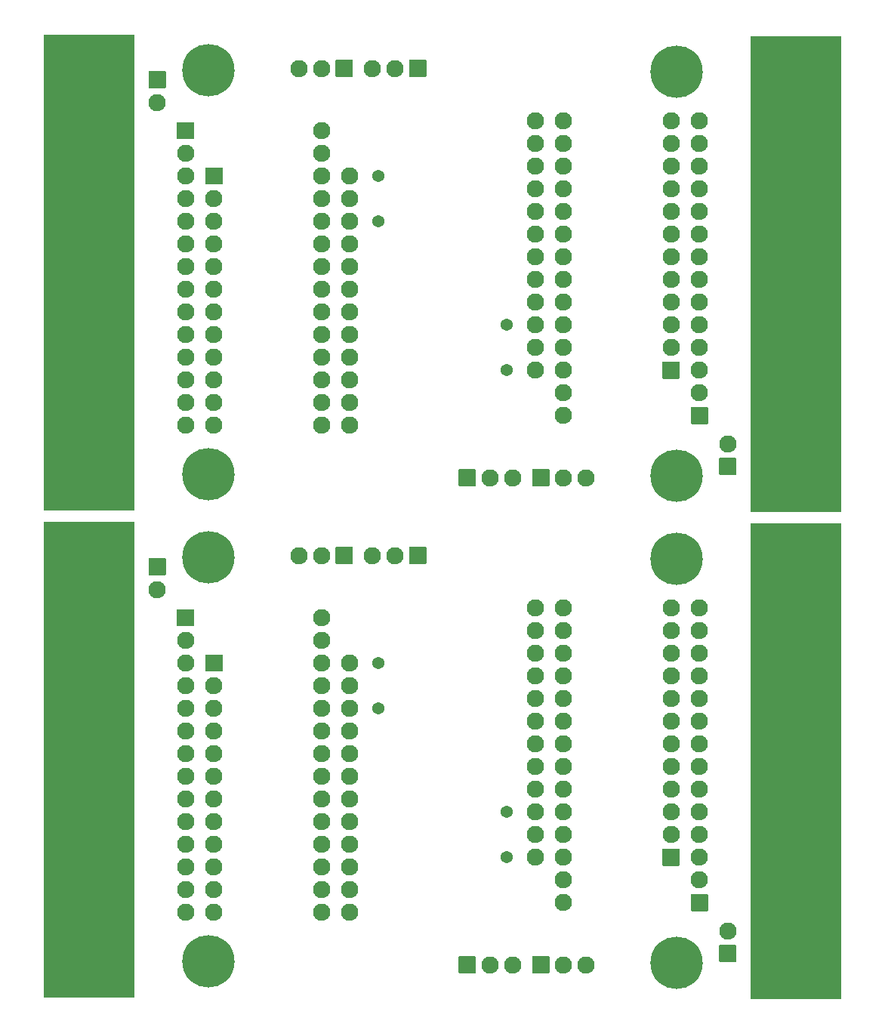
<source format=gbr>
%TF.GenerationSoftware,KiCad,Pcbnew,(5.1.10)-1*%
%TF.CreationDate,2022-10-07T13:26:38-03:00*%
%TF.ProjectId,CoCoEPROMpak,436f436f-4550-4524-9f4d-70616b2e6b69,rev?*%
%TF.SameCoordinates,Original*%
%TF.FileFunction,Soldermask,Bot*%
%TF.FilePolarity,Negative*%
%FSLAX46Y46*%
G04 Gerber Fmt 4.6, Leading zero omitted, Abs format (unit mm)*
G04 Created by KiCad (PCBNEW (5.1.10)-1) date 2022-10-07 13:26:38*
%MOMM*%
%LPD*%
G01*
G04 APERTURE LIST*
%ADD10C,0.100000*%
%ADD11C,1.371600*%
%ADD12C,1.930400*%
%ADD13C,5.867400*%
G04 APERTURE END LIST*
D10*
%TO.C,P1*%
G36*
X171678600Y-146138900D02*
G01*
X171678600Y-92798900D01*
X161518600Y-92798900D01*
X161518600Y-146138900D01*
X171678600Y-146138900D01*
G37*
G36*
X171678600Y-91528900D02*
G01*
X171678600Y-38188900D01*
X161518600Y-38188900D01*
X161518600Y-91528900D01*
X171678600Y-91528900D01*
G37*
G36*
X82321400Y-92621100D02*
G01*
X82321400Y-145961100D01*
X92481400Y-145961100D01*
X92481400Y-92621100D01*
X82321400Y-92621100D01*
G37*
G36*
X82321400Y-38011100D02*
G01*
X82321400Y-91351100D01*
X92481400Y-91351100D01*
X92481400Y-38011100D01*
X82321400Y-38011100D01*
G37*
%TD*%
D11*
%TO.C,C1*%
X134213600Y-130263900D03*
X134213600Y-125183900D03*
%TD*%
%TO.C,U2*%
G36*
G01*
X156768800Y-134454900D02*
X156768800Y-136232900D01*
G75*
G02*
X156692600Y-136309100I-76200J0D01*
G01*
X154914600Y-136309100D01*
G75*
G02*
X154838400Y-136232900I0J76200D01*
G01*
X154838400Y-134454900D01*
G75*
G02*
X154914600Y-134378700I76200J0D01*
G01*
X156692600Y-134378700D01*
G75*
G02*
X156768800Y-134454900I0J-76200D01*
G01*
G37*
D12*
X155803600Y-132803900D03*
X155803600Y-120103900D03*
X155803600Y-117563900D03*
X155803600Y-130263900D03*
X155803600Y-127723900D03*
X155803600Y-122643900D03*
X155803600Y-125183900D03*
X155803600Y-115023900D03*
X155803600Y-112483900D03*
X155803600Y-109943900D03*
X155803600Y-107403900D03*
X155803600Y-104863900D03*
X155803600Y-102323900D03*
X140563600Y-102323900D03*
X140563600Y-104863900D03*
X140563600Y-107403900D03*
X140563600Y-109943900D03*
X140563600Y-112483900D03*
X140563600Y-115023900D03*
X140563600Y-117563900D03*
X140563600Y-120103900D03*
X140563600Y-122643900D03*
X140563600Y-125183900D03*
X140563600Y-127723900D03*
X140563600Y-130263900D03*
X140563600Y-132803900D03*
X140563600Y-135343900D03*
%TD*%
%TO.C,JP1*%
G36*
G01*
X159943800Y-140169900D02*
X159943800Y-141947900D01*
G75*
G02*
X159867600Y-142024100I-76200J0D01*
G01*
X158089600Y-142024100D01*
G75*
G02*
X158013400Y-141947900I0J76200D01*
G01*
X158013400Y-140169900D01*
G75*
G02*
X158089600Y-140093700I76200J0D01*
G01*
X159867600Y-140093700D01*
G75*
G02*
X159943800Y-140169900I0J-76200D01*
G01*
G37*
X158978600Y-138518900D03*
%TD*%
%TO.C,P1*%
G36*
G01*
X171234100Y-144310100D02*
X161709100Y-144310100D01*
G75*
G02*
X161632900Y-144233900I0J76200D01*
G01*
X161632900Y-142963900D01*
G75*
G02*
X161709100Y-142887700I76200J0D01*
G01*
X171234100Y-142887700D01*
G75*
G02*
X171310300Y-142963900I0J-76200D01*
G01*
X171310300Y-144233900D01*
G75*
G02*
X171234100Y-144310100I-76200J0D01*
G01*
G37*
G36*
G01*
X171234100Y-141770100D02*
X161709100Y-141770100D01*
G75*
G02*
X161632900Y-141693900I0J76200D01*
G01*
X161632900Y-140423900D01*
G75*
G02*
X161709100Y-140347700I76200J0D01*
G01*
X171234100Y-140347700D01*
G75*
G02*
X171310300Y-140423900I0J-76200D01*
G01*
X171310300Y-141693900D01*
G75*
G02*
X171234100Y-141770100I-76200J0D01*
G01*
G37*
G36*
G01*
X171234100Y-139230100D02*
X161709100Y-139230100D01*
G75*
G02*
X161632900Y-139153900I0J76200D01*
G01*
X161632900Y-137883900D01*
G75*
G02*
X161709100Y-137807700I76200J0D01*
G01*
X171234100Y-137807700D01*
G75*
G02*
X171310300Y-137883900I0J-76200D01*
G01*
X171310300Y-139153900D01*
G75*
G02*
X171234100Y-139230100I-76200J0D01*
G01*
G37*
G36*
G01*
X171234100Y-136690100D02*
X161709100Y-136690100D01*
G75*
G02*
X161632900Y-136613900I0J76200D01*
G01*
X161632900Y-135343900D01*
G75*
G02*
X161709100Y-135267700I76200J0D01*
G01*
X171234100Y-135267700D01*
G75*
G02*
X171310300Y-135343900I0J-76200D01*
G01*
X171310300Y-136613900D01*
G75*
G02*
X171234100Y-136690100I-76200J0D01*
G01*
G37*
G36*
G01*
X171234100Y-134150100D02*
X161709100Y-134150100D01*
G75*
G02*
X161632900Y-134073900I0J76200D01*
G01*
X161632900Y-132803900D01*
G75*
G02*
X161709100Y-132727700I76200J0D01*
G01*
X171234100Y-132727700D01*
G75*
G02*
X171310300Y-132803900I0J-76200D01*
G01*
X171310300Y-134073900D01*
G75*
G02*
X171234100Y-134150100I-76200J0D01*
G01*
G37*
G36*
G01*
X171234100Y-131610100D02*
X161709100Y-131610100D01*
G75*
G02*
X161632900Y-131533900I0J76200D01*
G01*
X161632900Y-130263900D01*
G75*
G02*
X161709100Y-130187700I76200J0D01*
G01*
X171234100Y-130187700D01*
G75*
G02*
X171310300Y-130263900I0J-76200D01*
G01*
X171310300Y-131533900D01*
G75*
G02*
X171234100Y-131610100I-76200J0D01*
G01*
G37*
G36*
G01*
X171234100Y-129070100D02*
X161709100Y-129070100D01*
G75*
G02*
X161632900Y-128993900I0J76200D01*
G01*
X161632900Y-127723900D01*
G75*
G02*
X161709100Y-127647700I76200J0D01*
G01*
X171234100Y-127647700D01*
G75*
G02*
X171310300Y-127723900I0J-76200D01*
G01*
X171310300Y-128993900D01*
G75*
G02*
X171234100Y-129070100I-76200J0D01*
G01*
G37*
G36*
G01*
X171234100Y-126530100D02*
X161709100Y-126530100D01*
G75*
G02*
X161632900Y-126453900I0J76200D01*
G01*
X161632900Y-125183900D01*
G75*
G02*
X161709100Y-125107700I76200J0D01*
G01*
X171234100Y-125107700D01*
G75*
G02*
X171310300Y-125183900I0J-76200D01*
G01*
X171310300Y-126453900D01*
G75*
G02*
X171234100Y-126530100I-76200J0D01*
G01*
G37*
G36*
G01*
X171234100Y-123990100D02*
X161709100Y-123990100D01*
G75*
G02*
X161632900Y-123913900I0J76200D01*
G01*
X161632900Y-122643900D01*
G75*
G02*
X161709100Y-122567700I76200J0D01*
G01*
X171234100Y-122567700D01*
G75*
G02*
X171310300Y-122643900I0J-76200D01*
G01*
X171310300Y-123913900D01*
G75*
G02*
X171234100Y-123990100I-76200J0D01*
G01*
G37*
G36*
G01*
X171234100Y-121450100D02*
X161709100Y-121450100D01*
G75*
G02*
X161632900Y-121373900I0J76200D01*
G01*
X161632900Y-120103900D01*
G75*
G02*
X161709100Y-120027700I76200J0D01*
G01*
X171234100Y-120027700D01*
G75*
G02*
X171310300Y-120103900I0J-76200D01*
G01*
X171310300Y-121373900D01*
G75*
G02*
X171234100Y-121450100I-76200J0D01*
G01*
G37*
G36*
G01*
X171234100Y-118910100D02*
X161709100Y-118910100D01*
G75*
G02*
X161632900Y-118833900I0J76200D01*
G01*
X161632900Y-117563900D01*
G75*
G02*
X161709100Y-117487700I76200J0D01*
G01*
X171234100Y-117487700D01*
G75*
G02*
X171310300Y-117563900I0J-76200D01*
G01*
X171310300Y-118833900D01*
G75*
G02*
X171234100Y-118910100I-76200J0D01*
G01*
G37*
G36*
G01*
X171234100Y-116370100D02*
X161709100Y-116370100D01*
G75*
G02*
X161632900Y-116293900I0J76200D01*
G01*
X161632900Y-115023900D01*
G75*
G02*
X161709100Y-114947700I76200J0D01*
G01*
X171234100Y-114947700D01*
G75*
G02*
X171310300Y-115023900I0J-76200D01*
G01*
X171310300Y-116293900D01*
G75*
G02*
X171234100Y-116370100I-76200J0D01*
G01*
G37*
G36*
G01*
X171234100Y-113830100D02*
X161709100Y-113830100D01*
G75*
G02*
X161632900Y-113753900I0J76200D01*
G01*
X161632900Y-112483900D01*
G75*
G02*
X161709100Y-112407700I76200J0D01*
G01*
X171234100Y-112407700D01*
G75*
G02*
X171310300Y-112483900I0J-76200D01*
G01*
X171310300Y-113753900D01*
G75*
G02*
X171234100Y-113830100I-76200J0D01*
G01*
G37*
G36*
G01*
X171234100Y-111290100D02*
X161709100Y-111290100D01*
G75*
G02*
X161632900Y-111213900I0J76200D01*
G01*
X161632900Y-109943900D01*
G75*
G02*
X161709100Y-109867700I76200J0D01*
G01*
X171234100Y-109867700D01*
G75*
G02*
X171310300Y-109943900I0J-76200D01*
G01*
X171310300Y-111213900D01*
G75*
G02*
X171234100Y-111290100I-76200J0D01*
G01*
G37*
G36*
G01*
X171234100Y-108750100D02*
X161709100Y-108750100D01*
G75*
G02*
X161632900Y-108673900I0J76200D01*
G01*
X161632900Y-107403900D01*
G75*
G02*
X161709100Y-107327700I76200J0D01*
G01*
X171234100Y-107327700D01*
G75*
G02*
X171310300Y-107403900I0J-76200D01*
G01*
X171310300Y-108673900D01*
G75*
G02*
X171234100Y-108750100I-76200J0D01*
G01*
G37*
G36*
G01*
X171234100Y-106210100D02*
X161709100Y-106210100D01*
G75*
G02*
X161632900Y-106133900I0J76200D01*
G01*
X161632900Y-104863900D01*
G75*
G02*
X161709100Y-104787700I76200J0D01*
G01*
X171234100Y-104787700D01*
G75*
G02*
X171310300Y-104863900I0J-76200D01*
G01*
X171310300Y-106133900D01*
G75*
G02*
X171234100Y-106210100I-76200J0D01*
G01*
G37*
G36*
G01*
X171234100Y-103670100D02*
X161709100Y-103670100D01*
G75*
G02*
X161632900Y-103593900I0J76200D01*
G01*
X161632900Y-102323900D01*
G75*
G02*
X161709100Y-102247700I76200J0D01*
G01*
X171234100Y-102247700D01*
G75*
G02*
X171310300Y-102323900I0J-76200D01*
G01*
X171310300Y-103593900D01*
G75*
G02*
X171234100Y-103670100I-76200J0D01*
G01*
G37*
G36*
G01*
X171234100Y-101130100D02*
X161709100Y-101130100D01*
G75*
G02*
X161632900Y-101053900I0J76200D01*
G01*
X161632900Y-99783900D01*
G75*
G02*
X161709100Y-99707700I76200J0D01*
G01*
X171234100Y-99707700D01*
G75*
G02*
X171310300Y-99783900I0J-76200D01*
G01*
X171310300Y-101053900D01*
G75*
G02*
X171234100Y-101130100I-76200J0D01*
G01*
G37*
G36*
G01*
X171234100Y-98590100D02*
X161709100Y-98590100D01*
G75*
G02*
X161632900Y-98513900I0J76200D01*
G01*
X161632900Y-97243900D01*
G75*
G02*
X161709100Y-97167700I76200J0D01*
G01*
X171234100Y-97167700D01*
G75*
G02*
X171310300Y-97243900I0J-76200D01*
G01*
X171310300Y-98513900D01*
G75*
G02*
X171234100Y-98590100I-76200J0D01*
G01*
G37*
G36*
G01*
X171234100Y-96050100D02*
X161709100Y-96050100D01*
G75*
G02*
X161632900Y-95973900I0J76200D01*
G01*
X161632900Y-94703900D01*
G75*
G02*
X161709100Y-94627700I76200J0D01*
G01*
X171234100Y-94627700D01*
G75*
G02*
X171310300Y-94703900I0J-76200D01*
G01*
X171310300Y-95973900D01*
G75*
G02*
X171234100Y-96050100I-76200J0D01*
G01*
G37*
D13*
X153263600Y-142138400D03*
X153263600Y-96799400D03*
%TD*%
%TO.C,JP3*%
G36*
G01*
X138912600Y-143294100D02*
X137134600Y-143294100D01*
G75*
G02*
X137058400Y-143217900I0J76200D01*
G01*
X137058400Y-141439900D01*
G75*
G02*
X137134600Y-141363700I76200J0D01*
G01*
X138912600Y-141363700D01*
G75*
G02*
X138988800Y-141439900I0J-76200D01*
G01*
X138988800Y-143217900D01*
G75*
G02*
X138912600Y-143294100I-76200J0D01*
G01*
G37*
D12*
X140563600Y-142328900D03*
X143103600Y-142328900D03*
%TD*%
%TO.C,JP2*%
G36*
G01*
X130657600Y-143294100D02*
X128879600Y-143294100D01*
G75*
G02*
X128803400Y-143217900I0J76200D01*
G01*
X128803400Y-141439900D01*
G75*
G02*
X128879600Y-141363700I76200J0D01*
G01*
X130657600Y-141363700D01*
G75*
G02*
X130733800Y-141439900I0J-76200D01*
G01*
X130733800Y-143217900D01*
G75*
G02*
X130657600Y-143294100I-76200J0D01*
G01*
G37*
X132308600Y-142328900D03*
X134848600Y-142328900D03*
%TD*%
%TO.C,U1*%
G36*
G01*
X153593800Y-129374900D02*
X153593800Y-131152900D01*
G75*
G02*
X153517600Y-131229100I-76200J0D01*
G01*
X151739600Y-131229100D01*
G75*
G02*
X151663400Y-131152900I0J76200D01*
G01*
X151663400Y-129374900D01*
G75*
G02*
X151739600Y-129298700I76200J0D01*
G01*
X153517600Y-129298700D01*
G75*
G02*
X153593800Y-129374900I0J-76200D01*
G01*
G37*
X152628600Y-127723900D03*
X152628600Y-115023900D03*
X152628600Y-112483900D03*
X152628600Y-125183900D03*
X152628600Y-122643900D03*
X152628600Y-117563900D03*
X152628600Y-120103900D03*
X152628600Y-109943900D03*
X152628600Y-107403900D03*
X152628600Y-104863900D03*
X152628600Y-102323900D03*
X137388600Y-102323900D03*
X137388600Y-104863900D03*
X137388600Y-107403900D03*
X137388600Y-109943900D03*
X137388600Y-112483900D03*
X137388600Y-115023900D03*
X137388600Y-117563900D03*
X137388600Y-120103900D03*
X137388600Y-122643900D03*
X137388600Y-125183900D03*
X137388600Y-127723900D03*
X137388600Y-130263900D03*
%TD*%
D13*
%TO.C,P1*%
X153263600Y-42189400D03*
X153263600Y-87528400D03*
G36*
G01*
X171234100Y-41440100D02*
X161709100Y-41440100D01*
G75*
G02*
X161632900Y-41363900I0J76200D01*
G01*
X161632900Y-40093900D01*
G75*
G02*
X161709100Y-40017700I76200J0D01*
G01*
X171234100Y-40017700D01*
G75*
G02*
X171310300Y-40093900I0J-76200D01*
G01*
X171310300Y-41363900D01*
G75*
G02*
X171234100Y-41440100I-76200J0D01*
G01*
G37*
G36*
G01*
X171234100Y-43980100D02*
X161709100Y-43980100D01*
G75*
G02*
X161632900Y-43903900I0J76200D01*
G01*
X161632900Y-42633900D01*
G75*
G02*
X161709100Y-42557700I76200J0D01*
G01*
X171234100Y-42557700D01*
G75*
G02*
X171310300Y-42633900I0J-76200D01*
G01*
X171310300Y-43903900D01*
G75*
G02*
X171234100Y-43980100I-76200J0D01*
G01*
G37*
G36*
G01*
X171234100Y-46520100D02*
X161709100Y-46520100D01*
G75*
G02*
X161632900Y-46443900I0J76200D01*
G01*
X161632900Y-45173900D01*
G75*
G02*
X161709100Y-45097700I76200J0D01*
G01*
X171234100Y-45097700D01*
G75*
G02*
X171310300Y-45173900I0J-76200D01*
G01*
X171310300Y-46443900D01*
G75*
G02*
X171234100Y-46520100I-76200J0D01*
G01*
G37*
G36*
G01*
X171234100Y-49060100D02*
X161709100Y-49060100D01*
G75*
G02*
X161632900Y-48983900I0J76200D01*
G01*
X161632900Y-47713900D01*
G75*
G02*
X161709100Y-47637700I76200J0D01*
G01*
X171234100Y-47637700D01*
G75*
G02*
X171310300Y-47713900I0J-76200D01*
G01*
X171310300Y-48983900D01*
G75*
G02*
X171234100Y-49060100I-76200J0D01*
G01*
G37*
G36*
G01*
X171234100Y-51600100D02*
X161709100Y-51600100D01*
G75*
G02*
X161632900Y-51523900I0J76200D01*
G01*
X161632900Y-50253900D01*
G75*
G02*
X161709100Y-50177700I76200J0D01*
G01*
X171234100Y-50177700D01*
G75*
G02*
X171310300Y-50253900I0J-76200D01*
G01*
X171310300Y-51523900D01*
G75*
G02*
X171234100Y-51600100I-76200J0D01*
G01*
G37*
G36*
G01*
X171234100Y-54140100D02*
X161709100Y-54140100D01*
G75*
G02*
X161632900Y-54063900I0J76200D01*
G01*
X161632900Y-52793900D01*
G75*
G02*
X161709100Y-52717700I76200J0D01*
G01*
X171234100Y-52717700D01*
G75*
G02*
X171310300Y-52793900I0J-76200D01*
G01*
X171310300Y-54063900D01*
G75*
G02*
X171234100Y-54140100I-76200J0D01*
G01*
G37*
G36*
G01*
X171234100Y-56680100D02*
X161709100Y-56680100D01*
G75*
G02*
X161632900Y-56603900I0J76200D01*
G01*
X161632900Y-55333900D01*
G75*
G02*
X161709100Y-55257700I76200J0D01*
G01*
X171234100Y-55257700D01*
G75*
G02*
X171310300Y-55333900I0J-76200D01*
G01*
X171310300Y-56603900D01*
G75*
G02*
X171234100Y-56680100I-76200J0D01*
G01*
G37*
G36*
G01*
X171234100Y-59220100D02*
X161709100Y-59220100D01*
G75*
G02*
X161632900Y-59143900I0J76200D01*
G01*
X161632900Y-57873900D01*
G75*
G02*
X161709100Y-57797700I76200J0D01*
G01*
X171234100Y-57797700D01*
G75*
G02*
X171310300Y-57873900I0J-76200D01*
G01*
X171310300Y-59143900D01*
G75*
G02*
X171234100Y-59220100I-76200J0D01*
G01*
G37*
G36*
G01*
X171234100Y-61760100D02*
X161709100Y-61760100D01*
G75*
G02*
X161632900Y-61683900I0J76200D01*
G01*
X161632900Y-60413900D01*
G75*
G02*
X161709100Y-60337700I76200J0D01*
G01*
X171234100Y-60337700D01*
G75*
G02*
X171310300Y-60413900I0J-76200D01*
G01*
X171310300Y-61683900D01*
G75*
G02*
X171234100Y-61760100I-76200J0D01*
G01*
G37*
G36*
G01*
X171234100Y-64300100D02*
X161709100Y-64300100D01*
G75*
G02*
X161632900Y-64223900I0J76200D01*
G01*
X161632900Y-62953900D01*
G75*
G02*
X161709100Y-62877700I76200J0D01*
G01*
X171234100Y-62877700D01*
G75*
G02*
X171310300Y-62953900I0J-76200D01*
G01*
X171310300Y-64223900D01*
G75*
G02*
X171234100Y-64300100I-76200J0D01*
G01*
G37*
G36*
G01*
X171234100Y-66840100D02*
X161709100Y-66840100D01*
G75*
G02*
X161632900Y-66763900I0J76200D01*
G01*
X161632900Y-65493900D01*
G75*
G02*
X161709100Y-65417700I76200J0D01*
G01*
X171234100Y-65417700D01*
G75*
G02*
X171310300Y-65493900I0J-76200D01*
G01*
X171310300Y-66763900D01*
G75*
G02*
X171234100Y-66840100I-76200J0D01*
G01*
G37*
G36*
G01*
X171234100Y-69380100D02*
X161709100Y-69380100D01*
G75*
G02*
X161632900Y-69303900I0J76200D01*
G01*
X161632900Y-68033900D01*
G75*
G02*
X161709100Y-67957700I76200J0D01*
G01*
X171234100Y-67957700D01*
G75*
G02*
X171310300Y-68033900I0J-76200D01*
G01*
X171310300Y-69303900D01*
G75*
G02*
X171234100Y-69380100I-76200J0D01*
G01*
G37*
G36*
G01*
X171234100Y-71920100D02*
X161709100Y-71920100D01*
G75*
G02*
X161632900Y-71843900I0J76200D01*
G01*
X161632900Y-70573900D01*
G75*
G02*
X161709100Y-70497700I76200J0D01*
G01*
X171234100Y-70497700D01*
G75*
G02*
X171310300Y-70573900I0J-76200D01*
G01*
X171310300Y-71843900D01*
G75*
G02*
X171234100Y-71920100I-76200J0D01*
G01*
G37*
G36*
G01*
X171234100Y-74460100D02*
X161709100Y-74460100D01*
G75*
G02*
X161632900Y-74383900I0J76200D01*
G01*
X161632900Y-73113900D01*
G75*
G02*
X161709100Y-73037700I76200J0D01*
G01*
X171234100Y-73037700D01*
G75*
G02*
X171310300Y-73113900I0J-76200D01*
G01*
X171310300Y-74383900D01*
G75*
G02*
X171234100Y-74460100I-76200J0D01*
G01*
G37*
G36*
G01*
X171234100Y-77000100D02*
X161709100Y-77000100D01*
G75*
G02*
X161632900Y-76923900I0J76200D01*
G01*
X161632900Y-75653900D01*
G75*
G02*
X161709100Y-75577700I76200J0D01*
G01*
X171234100Y-75577700D01*
G75*
G02*
X171310300Y-75653900I0J-76200D01*
G01*
X171310300Y-76923900D01*
G75*
G02*
X171234100Y-77000100I-76200J0D01*
G01*
G37*
G36*
G01*
X171234100Y-79540100D02*
X161709100Y-79540100D01*
G75*
G02*
X161632900Y-79463900I0J76200D01*
G01*
X161632900Y-78193900D01*
G75*
G02*
X161709100Y-78117700I76200J0D01*
G01*
X171234100Y-78117700D01*
G75*
G02*
X171310300Y-78193900I0J-76200D01*
G01*
X171310300Y-79463900D01*
G75*
G02*
X171234100Y-79540100I-76200J0D01*
G01*
G37*
G36*
G01*
X171234100Y-82080100D02*
X161709100Y-82080100D01*
G75*
G02*
X161632900Y-82003900I0J76200D01*
G01*
X161632900Y-80733900D01*
G75*
G02*
X161709100Y-80657700I76200J0D01*
G01*
X171234100Y-80657700D01*
G75*
G02*
X171310300Y-80733900I0J-76200D01*
G01*
X171310300Y-82003900D01*
G75*
G02*
X171234100Y-82080100I-76200J0D01*
G01*
G37*
G36*
G01*
X171234100Y-84620100D02*
X161709100Y-84620100D01*
G75*
G02*
X161632900Y-84543900I0J76200D01*
G01*
X161632900Y-83273900D01*
G75*
G02*
X161709100Y-83197700I76200J0D01*
G01*
X171234100Y-83197700D01*
G75*
G02*
X171310300Y-83273900I0J-76200D01*
G01*
X171310300Y-84543900D01*
G75*
G02*
X171234100Y-84620100I-76200J0D01*
G01*
G37*
G36*
G01*
X171234100Y-87160100D02*
X161709100Y-87160100D01*
G75*
G02*
X161632900Y-87083900I0J76200D01*
G01*
X161632900Y-85813900D01*
G75*
G02*
X161709100Y-85737700I76200J0D01*
G01*
X171234100Y-85737700D01*
G75*
G02*
X171310300Y-85813900I0J-76200D01*
G01*
X171310300Y-87083900D01*
G75*
G02*
X171234100Y-87160100I-76200J0D01*
G01*
G37*
G36*
G01*
X171234100Y-89700100D02*
X161709100Y-89700100D01*
G75*
G02*
X161632900Y-89623900I0J76200D01*
G01*
X161632900Y-88353900D01*
G75*
G02*
X161709100Y-88277700I76200J0D01*
G01*
X171234100Y-88277700D01*
G75*
G02*
X171310300Y-88353900I0J-76200D01*
G01*
X171310300Y-89623900D01*
G75*
G02*
X171234100Y-89700100I-76200J0D01*
G01*
G37*
%TD*%
D12*
%TO.C,U1*%
X137388600Y-75653900D03*
X137388600Y-73113900D03*
X137388600Y-70573900D03*
X137388600Y-68033900D03*
X137388600Y-65493900D03*
X137388600Y-62953900D03*
X137388600Y-60413900D03*
X137388600Y-57873900D03*
X137388600Y-55333900D03*
X137388600Y-52793900D03*
X137388600Y-50253900D03*
X137388600Y-47713900D03*
X152628600Y-47713900D03*
X152628600Y-50253900D03*
X152628600Y-52793900D03*
X152628600Y-55333900D03*
X152628600Y-65493900D03*
X152628600Y-62953900D03*
X152628600Y-68033900D03*
X152628600Y-70573900D03*
X152628600Y-57873900D03*
X152628600Y-60413900D03*
X152628600Y-73113900D03*
G36*
G01*
X153593800Y-74764900D02*
X153593800Y-76542900D01*
G75*
G02*
X153517600Y-76619100I-76200J0D01*
G01*
X151739600Y-76619100D01*
G75*
G02*
X151663400Y-76542900I0J76200D01*
G01*
X151663400Y-74764900D01*
G75*
G02*
X151739600Y-74688700I76200J0D01*
G01*
X153517600Y-74688700D01*
G75*
G02*
X153593800Y-74764900I0J-76200D01*
G01*
G37*
%TD*%
%TO.C,JP1*%
X158978600Y-83908900D03*
G36*
G01*
X159943800Y-85559900D02*
X159943800Y-87337900D01*
G75*
G02*
X159867600Y-87414100I-76200J0D01*
G01*
X158089600Y-87414100D01*
G75*
G02*
X158013400Y-87337900I0J76200D01*
G01*
X158013400Y-85559900D01*
G75*
G02*
X158089600Y-85483700I76200J0D01*
G01*
X159867600Y-85483700D01*
G75*
G02*
X159943800Y-85559900I0J-76200D01*
G01*
G37*
%TD*%
D11*
%TO.C,C1*%
X134213600Y-70573900D03*
X134213600Y-75653900D03*
%TD*%
D12*
%TO.C,U2*%
X140563600Y-80733900D03*
X140563600Y-78193900D03*
X140563600Y-75653900D03*
X140563600Y-73113900D03*
X140563600Y-70573900D03*
X140563600Y-68033900D03*
X140563600Y-65493900D03*
X140563600Y-62953900D03*
X140563600Y-60413900D03*
X140563600Y-57873900D03*
X140563600Y-55333900D03*
X140563600Y-52793900D03*
X140563600Y-50253900D03*
X140563600Y-47713900D03*
X155803600Y-47713900D03*
X155803600Y-50253900D03*
X155803600Y-52793900D03*
X155803600Y-55333900D03*
X155803600Y-57873900D03*
X155803600Y-60413900D03*
X155803600Y-70573900D03*
X155803600Y-68033900D03*
X155803600Y-73113900D03*
X155803600Y-75653900D03*
X155803600Y-62953900D03*
X155803600Y-65493900D03*
X155803600Y-78193900D03*
G36*
G01*
X156768800Y-79844900D02*
X156768800Y-81622900D01*
G75*
G02*
X156692600Y-81699100I-76200J0D01*
G01*
X154914600Y-81699100D01*
G75*
G02*
X154838400Y-81622900I0J76200D01*
G01*
X154838400Y-79844900D01*
G75*
G02*
X154914600Y-79768700I76200J0D01*
G01*
X156692600Y-79768700D01*
G75*
G02*
X156768800Y-79844900I0J-76200D01*
G01*
G37*
%TD*%
%TO.C,JP3*%
X143103600Y-87718900D03*
X140563600Y-87718900D03*
G36*
G01*
X138912600Y-88684100D02*
X137134600Y-88684100D01*
G75*
G02*
X137058400Y-88607900I0J76200D01*
G01*
X137058400Y-86829900D01*
G75*
G02*
X137134600Y-86753700I76200J0D01*
G01*
X138912600Y-86753700D01*
G75*
G02*
X138988800Y-86829900I0J-76200D01*
G01*
X138988800Y-88607900D01*
G75*
G02*
X138912600Y-88684100I-76200J0D01*
G01*
G37*
%TD*%
%TO.C,JP2*%
X134848600Y-87718900D03*
X132308600Y-87718900D03*
G36*
G01*
X130657600Y-88684100D02*
X128879600Y-88684100D01*
G75*
G02*
X128803400Y-88607900I0J76200D01*
G01*
X128803400Y-86829900D01*
G75*
G02*
X128879600Y-86753700I76200J0D01*
G01*
X130657600Y-86753700D01*
G75*
G02*
X130733800Y-86829900I0J-76200D01*
G01*
X130733800Y-88607900D01*
G75*
G02*
X130657600Y-88684100I-76200J0D01*
G01*
G37*
%TD*%
D11*
%TO.C,C1*%
X119786400Y-108496100D03*
X119786400Y-113576100D03*
%TD*%
%TO.C,U2*%
G36*
G01*
X97231200Y-104305100D02*
X97231200Y-102527100D01*
G75*
G02*
X97307400Y-102450900I76200J0D01*
G01*
X99085400Y-102450900D01*
G75*
G02*
X99161600Y-102527100I0J-76200D01*
G01*
X99161600Y-104305100D01*
G75*
G02*
X99085400Y-104381300I-76200J0D01*
G01*
X97307400Y-104381300D01*
G75*
G02*
X97231200Y-104305100I0J76200D01*
G01*
G37*
D12*
X98196400Y-105956100D03*
X98196400Y-118656100D03*
X98196400Y-121196100D03*
X98196400Y-108496100D03*
X98196400Y-111036100D03*
X98196400Y-116116100D03*
X98196400Y-113576100D03*
X98196400Y-123736100D03*
X98196400Y-126276100D03*
X98196400Y-128816100D03*
X98196400Y-131356100D03*
X98196400Y-133896100D03*
X98196400Y-136436100D03*
X113436400Y-136436100D03*
X113436400Y-133896100D03*
X113436400Y-131356100D03*
X113436400Y-128816100D03*
X113436400Y-126276100D03*
X113436400Y-123736100D03*
X113436400Y-121196100D03*
X113436400Y-118656100D03*
X113436400Y-116116100D03*
X113436400Y-113576100D03*
X113436400Y-111036100D03*
X113436400Y-108496100D03*
X113436400Y-105956100D03*
X113436400Y-103416100D03*
%TD*%
%TO.C,JP1*%
G36*
G01*
X94056200Y-98590100D02*
X94056200Y-96812100D01*
G75*
G02*
X94132400Y-96735900I76200J0D01*
G01*
X95910400Y-96735900D01*
G75*
G02*
X95986600Y-96812100I0J-76200D01*
G01*
X95986600Y-98590100D01*
G75*
G02*
X95910400Y-98666300I-76200J0D01*
G01*
X94132400Y-98666300D01*
G75*
G02*
X94056200Y-98590100I0J76200D01*
G01*
G37*
X95021400Y-100241100D03*
%TD*%
%TO.C,P1*%
G36*
G01*
X82765900Y-94449900D02*
X92290900Y-94449900D01*
G75*
G02*
X92367100Y-94526100I0J-76200D01*
G01*
X92367100Y-95796100D01*
G75*
G02*
X92290900Y-95872300I-76200J0D01*
G01*
X82765900Y-95872300D01*
G75*
G02*
X82689700Y-95796100I0J76200D01*
G01*
X82689700Y-94526100D01*
G75*
G02*
X82765900Y-94449900I76200J0D01*
G01*
G37*
G36*
G01*
X82765900Y-96989900D02*
X92290900Y-96989900D01*
G75*
G02*
X92367100Y-97066100I0J-76200D01*
G01*
X92367100Y-98336100D01*
G75*
G02*
X92290900Y-98412300I-76200J0D01*
G01*
X82765900Y-98412300D01*
G75*
G02*
X82689700Y-98336100I0J76200D01*
G01*
X82689700Y-97066100D01*
G75*
G02*
X82765900Y-96989900I76200J0D01*
G01*
G37*
G36*
G01*
X82765900Y-99529900D02*
X92290900Y-99529900D01*
G75*
G02*
X92367100Y-99606100I0J-76200D01*
G01*
X92367100Y-100876100D01*
G75*
G02*
X92290900Y-100952300I-76200J0D01*
G01*
X82765900Y-100952300D01*
G75*
G02*
X82689700Y-100876100I0J76200D01*
G01*
X82689700Y-99606100D01*
G75*
G02*
X82765900Y-99529900I76200J0D01*
G01*
G37*
G36*
G01*
X82765900Y-102069900D02*
X92290900Y-102069900D01*
G75*
G02*
X92367100Y-102146100I0J-76200D01*
G01*
X92367100Y-103416100D01*
G75*
G02*
X92290900Y-103492300I-76200J0D01*
G01*
X82765900Y-103492300D01*
G75*
G02*
X82689700Y-103416100I0J76200D01*
G01*
X82689700Y-102146100D01*
G75*
G02*
X82765900Y-102069900I76200J0D01*
G01*
G37*
G36*
G01*
X82765900Y-104609900D02*
X92290900Y-104609900D01*
G75*
G02*
X92367100Y-104686100I0J-76200D01*
G01*
X92367100Y-105956100D01*
G75*
G02*
X92290900Y-106032300I-76200J0D01*
G01*
X82765900Y-106032300D01*
G75*
G02*
X82689700Y-105956100I0J76200D01*
G01*
X82689700Y-104686100D01*
G75*
G02*
X82765900Y-104609900I76200J0D01*
G01*
G37*
G36*
G01*
X82765900Y-107149900D02*
X92290900Y-107149900D01*
G75*
G02*
X92367100Y-107226100I0J-76200D01*
G01*
X92367100Y-108496100D01*
G75*
G02*
X92290900Y-108572300I-76200J0D01*
G01*
X82765900Y-108572300D01*
G75*
G02*
X82689700Y-108496100I0J76200D01*
G01*
X82689700Y-107226100D01*
G75*
G02*
X82765900Y-107149900I76200J0D01*
G01*
G37*
G36*
G01*
X82765900Y-109689900D02*
X92290900Y-109689900D01*
G75*
G02*
X92367100Y-109766100I0J-76200D01*
G01*
X92367100Y-111036100D01*
G75*
G02*
X92290900Y-111112300I-76200J0D01*
G01*
X82765900Y-111112300D01*
G75*
G02*
X82689700Y-111036100I0J76200D01*
G01*
X82689700Y-109766100D01*
G75*
G02*
X82765900Y-109689900I76200J0D01*
G01*
G37*
G36*
G01*
X82765900Y-112229900D02*
X92290900Y-112229900D01*
G75*
G02*
X92367100Y-112306100I0J-76200D01*
G01*
X92367100Y-113576100D01*
G75*
G02*
X92290900Y-113652300I-76200J0D01*
G01*
X82765900Y-113652300D01*
G75*
G02*
X82689700Y-113576100I0J76200D01*
G01*
X82689700Y-112306100D01*
G75*
G02*
X82765900Y-112229900I76200J0D01*
G01*
G37*
G36*
G01*
X82765900Y-114769900D02*
X92290900Y-114769900D01*
G75*
G02*
X92367100Y-114846100I0J-76200D01*
G01*
X92367100Y-116116100D01*
G75*
G02*
X92290900Y-116192300I-76200J0D01*
G01*
X82765900Y-116192300D01*
G75*
G02*
X82689700Y-116116100I0J76200D01*
G01*
X82689700Y-114846100D01*
G75*
G02*
X82765900Y-114769900I76200J0D01*
G01*
G37*
G36*
G01*
X82765900Y-117309900D02*
X92290900Y-117309900D01*
G75*
G02*
X92367100Y-117386100I0J-76200D01*
G01*
X92367100Y-118656100D01*
G75*
G02*
X92290900Y-118732300I-76200J0D01*
G01*
X82765900Y-118732300D01*
G75*
G02*
X82689700Y-118656100I0J76200D01*
G01*
X82689700Y-117386100D01*
G75*
G02*
X82765900Y-117309900I76200J0D01*
G01*
G37*
G36*
G01*
X82765900Y-119849900D02*
X92290900Y-119849900D01*
G75*
G02*
X92367100Y-119926100I0J-76200D01*
G01*
X92367100Y-121196100D01*
G75*
G02*
X92290900Y-121272300I-76200J0D01*
G01*
X82765900Y-121272300D01*
G75*
G02*
X82689700Y-121196100I0J76200D01*
G01*
X82689700Y-119926100D01*
G75*
G02*
X82765900Y-119849900I76200J0D01*
G01*
G37*
G36*
G01*
X82765900Y-122389900D02*
X92290900Y-122389900D01*
G75*
G02*
X92367100Y-122466100I0J-76200D01*
G01*
X92367100Y-123736100D01*
G75*
G02*
X92290900Y-123812300I-76200J0D01*
G01*
X82765900Y-123812300D01*
G75*
G02*
X82689700Y-123736100I0J76200D01*
G01*
X82689700Y-122466100D01*
G75*
G02*
X82765900Y-122389900I76200J0D01*
G01*
G37*
G36*
G01*
X82765900Y-124929900D02*
X92290900Y-124929900D01*
G75*
G02*
X92367100Y-125006100I0J-76200D01*
G01*
X92367100Y-126276100D01*
G75*
G02*
X92290900Y-126352300I-76200J0D01*
G01*
X82765900Y-126352300D01*
G75*
G02*
X82689700Y-126276100I0J76200D01*
G01*
X82689700Y-125006100D01*
G75*
G02*
X82765900Y-124929900I76200J0D01*
G01*
G37*
G36*
G01*
X82765900Y-127469900D02*
X92290900Y-127469900D01*
G75*
G02*
X92367100Y-127546100I0J-76200D01*
G01*
X92367100Y-128816100D01*
G75*
G02*
X92290900Y-128892300I-76200J0D01*
G01*
X82765900Y-128892300D01*
G75*
G02*
X82689700Y-128816100I0J76200D01*
G01*
X82689700Y-127546100D01*
G75*
G02*
X82765900Y-127469900I76200J0D01*
G01*
G37*
G36*
G01*
X82765900Y-130009900D02*
X92290900Y-130009900D01*
G75*
G02*
X92367100Y-130086100I0J-76200D01*
G01*
X92367100Y-131356100D01*
G75*
G02*
X92290900Y-131432300I-76200J0D01*
G01*
X82765900Y-131432300D01*
G75*
G02*
X82689700Y-131356100I0J76200D01*
G01*
X82689700Y-130086100D01*
G75*
G02*
X82765900Y-130009900I76200J0D01*
G01*
G37*
G36*
G01*
X82765900Y-132549900D02*
X92290900Y-132549900D01*
G75*
G02*
X92367100Y-132626100I0J-76200D01*
G01*
X92367100Y-133896100D01*
G75*
G02*
X92290900Y-133972300I-76200J0D01*
G01*
X82765900Y-133972300D01*
G75*
G02*
X82689700Y-133896100I0J76200D01*
G01*
X82689700Y-132626100D01*
G75*
G02*
X82765900Y-132549900I76200J0D01*
G01*
G37*
G36*
G01*
X82765900Y-135089900D02*
X92290900Y-135089900D01*
G75*
G02*
X92367100Y-135166100I0J-76200D01*
G01*
X92367100Y-136436100D01*
G75*
G02*
X92290900Y-136512300I-76200J0D01*
G01*
X82765900Y-136512300D01*
G75*
G02*
X82689700Y-136436100I0J76200D01*
G01*
X82689700Y-135166100D01*
G75*
G02*
X82765900Y-135089900I76200J0D01*
G01*
G37*
G36*
G01*
X82765900Y-137629900D02*
X92290900Y-137629900D01*
G75*
G02*
X92367100Y-137706100I0J-76200D01*
G01*
X92367100Y-138976100D01*
G75*
G02*
X92290900Y-139052300I-76200J0D01*
G01*
X82765900Y-139052300D01*
G75*
G02*
X82689700Y-138976100I0J76200D01*
G01*
X82689700Y-137706100D01*
G75*
G02*
X82765900Y-137629900I76200J0D01*
G01*
G37*
G36*
G01*
X82765900Y-140169900D02*
X92290900Y-140169900D01*
G75*
G02*
X92367100Y-140246100I0J-76200D01*
G01*
X92367100Y-141516100D01*
G75*
G02*
X92290900Y-141592300I-76200J0D01*
G01*
X82765900Y-141592300D01*
G75*
G02*
X82689700Y-141516100I0J76200D01*
G01*
X82689700Y-140246100D01*
G75*
G02*
X82765900Y-140169900I76200J0D01*
G01*
G37*
G36*
G01*
X82765900Y-142709900D02*
X92290900Y-142709900D01*
G75*
G02*
X92367100Y-142786100I0J-76200D01*
G01*
X92367100Y-144056100D01*
G75*
G02*
X92290900Y-144132300I-76200J0D01*
G01*
X82765900Y-144132300D01*
G75*
G02*
X82689700Y-144056100I0J76200D01*
G01*
X82689700Y-142786100D01*
G75*
G02*
X82765900Y-142709900I76200J0D01*
G01*
G37*
D13*
X100736400Y-96621600D03*
X100736400Y-141960600D03*
%TD*%
%TO.C,JP3*%
G36*
G01*
X115087400Y-95465900D02*
X116865400Y-95465900D01*
G75*
G02*
X116941600Y-95542100I0J-76200D01*
G01*
X116941600Y-97320100D01*
G75*
G02*
X116865400Y-97396300I-76200J0D01*
G01*
X115087400Y-97396300D01*
G75*
G02*
X115011200Y-97320100I0J76200D01*
G01*
X115011200Y-95542100D01*
G75*
G02*
X115087400Y-95465900I76200J0D01*
G01*
G37*
D12*
X113436400Y-96431100D03*
X110896400Y-96431100D03*
%TD*%
%TO.C,JP2*%
G36*
G01*
X123342400Y-95465900D02*
X125120400Y-95465900D01*
G75*
G02*
X125196600Y-95542100I0J-76200D01*
G01*
X125196600Y-97320100D01*
G75*
G02*
X125120400Y-97396300I-76200J0D01*
G01*
X123342400Y-97396300D01*
G75*
G02*
X123266200Y-97320100I0J76200D01*
G01*
X123266200Y-95542100D01*
G75*
G02*
X123342400Y-95465900I76200J0D01*
G01*
G37*
X121691400Y-96431100D03*
X119151400Y-96431100D03*
%TD*%
%TO.C,U1*%
G36*
G01*
X100406200Y-109385100D02*
X100406200Y-107607100D01*
G75*
G02*
X100482400Y-107530900I76200J0D01*
G01*
X102260400Y-107530900D01*
G75*
G02*
X102336600Y-107607100I0J-76200D01*
G01*
X102336600Y-109385100D01*
G75*
G02*
X102260400Y-109461300I-76200J0D01*
G01*
X100482400Y-109461300D01*
G75*
G02*
X100406200Y-109385100I0J76200D01*
G01*
G37*
X101371400Y-111036100D03*
X101371400Y-123736100D03*
X101371400Y-126276100D03*
X101371400Y-113576100D03*
X101371400Y-116116100D03*
X101371400Y-121196100D03*
X101371400Y-118656100D03*
X101371400Y-128816100D03*
X101371400Y-131356100D03*
X101371400Y-133896100D03*
X101371400Y-136436100D03*
X116611400Y-136436100D03*
X116611400Y-133896100D03*
X116611400Y-131356100D03*
X116611400Y-128816100D03*
X116611400Y-126276100D03*
X116611400Y-123736100D03*
X116611400Y-121196100D03*
X116611400Y-118656100D03*
X116611400Y-116116100D03*
X116611400Y-113576100D03*
X116611400Y-111036100D03*
X116611400Y-108496100D03*
%TD*%
D13*
%TO.C,P1*%
X100736400Y-87350600D03*
X100736400Y-42011600D03*
G36*
G01*
X82765900Y-88099900D02*
X92290900Y-88099900D01*
G75*
G02*
X92367100Y-88176100I0J-76200D01*
G01*
X92367100Y-89446100D01*
G75*
G02*
X92290900Y-89522300I-76200J0D01*
G01*
X82765900Y-89522300D01*
G75*
G02*
X82689700Y-89446100I0J76200D01*
G01*
X82689700Y-88176100D01*
G75*
G02*
X82765900Y-88099900I76200J0D01*
G01*
G37*
G36*
G01*
X82765900Y-85559900D02*
X92290900Y-85559900D01*
G75*
G02*
X92367100Y-85636100I0J-76200D01*
G01*
X92367100Y-86906100D01*
G75*
G02*
X92290900Y-86982300I-76200J0D01*
G01*
X82765900Y-86982300D01*
G75*
G02*
X82689700Y-86906100I0J76200D01*
G01*
X82689700Y-85636100D01*
G75*
G02*
X82765900Y-85559900I76200J0D01*
G01*
G37*
G36*
G01*
X82765900Y-83019900D02*
X92290900Y-83019900D01*
G75*
G02*
X92367100Y-83096100I0J-76200D01*
G01*
X92367100Y-84366100D01*
G75*
G02*
X92290900Y-84442300I-76200J0D01*
G01*
X82765900Y-84442300D01*
G75*
G02*
X82689700Y-84366100I0J76200D01*
G01*
X82689700Y-83096100D01*
G75*
G02*
X82765900Y-83019900I76200J0D01*
G01*
G37*
G36*
G01*
X82765900Y-80479900D02*
X92290900Y-80479900D01*
G75*
G02*
X92367100Y-80556100I0J-76200D01*
G01*
X92367100Y-81826100D01*
G75*
G02*
X92290900Y-81902300I-76200J0D01*
G01*
X82765900Y-81902300D01*
G75*
G02*
X82689700Y-81826100I0J76200D01*
G01*
X82689700Y-80556100D01*
G75*
G02*
X82765900Y-80479900I76200J0D01*
G01*
G37*
G36*
G01*
X82765900Y-77939900D02*
X92290900Y-77939900D01*
G75*
G02*
X92367100Y-78016100I0J-76200D01*
G01*
X92367100Y-79286100D01*
G75*
G02*
X92290900Y-79362300I-76200J0D01*
G01*
X82765900Y-79362300D01*
G75*
G02*
X82689700Y-79286100I0J76200D01*
G01*
X82689700Y-78016100D01*
G75*
G02*
X82765900Y-77939900I76200J0D01*
G01*
G37*
G36*
G01*
X82765900Y-75399900D02*
X92290900Y-75399900D01*
G75*
G02*
X92367100Y-75476100I0J-76200D01*
G01*
X92367100Y-76746100D01*
G75*
G02*
X92290900Y-76822300I-76200J0D01*
G01*
X82765900Y-76822300D01*
G75*
G02*
X82689700Y-76746100I0J76200D01*
G01*
X82689700Y-75476100D01*
G75*
G02*
X82765900Y-75399900I76200J0D01*
G01*
G37*
G36*
G01*
X82765900Y-72859900D02*
X92290900Y-72859900D01*
G75*
G02*
X92367100Y-72936100I0J-76200D01*
G01*
X92367100Y-74206100D01*
G75*
G02*
X92290900Y-74282300I-76200J0D01*
G01*
X82765900Y-74282300D01*
G75*
G02*
X82689700Y-74206100I0J76200D01*
G01*
X82689700Y-72936100D01*
G75*
G02*
X82765900Y-72859900I76200J0D01*
G01*
G37*
G36*
G01*
X82765900Y-70319900D02*
X92290900Y-70319900D01*
G75*
G02*
X92367100Y-70396100I0J-76200D01*
G01*
X92367100Y-71666100D01*
G75*
G02*
X92290900Y-71742300I-76200J0D01*
G01*
X82765900Y-71742300D01*
G75*
G02*
X82689700Y-71666100I0J76200D01*
G01*
X82689700Y-70396100D01*
G75*
G02*
X82765900Y-70319900I76200J0D01*
G01*
G37*
G36*
G01*
X82765900Y-67779900D02*
X92290900Y-67779900D01*
G75*
G02*
X92367100Y-67856100I0J-76200D01*
G01*
X92367100Y-69126100D01*
G75*
G02*
X92290900Y-69202300I-76200J0D01*
G01*
X82765900Y-69202300D01*
G75*
G02*
X82689700Y-69126100I0J76200D01*
G01*
X82689700Y-67856100D01*
G75*
G02*
X82765900Y-67779900I76200J0D01*
G01*
G37*
G36*
G01*
X82765900Y-65239900D02*
X92290900Y-65239900D01*
G75*
G02*
X92367100Y-65316100I0J-76200D01*
G01*
X92367100Y-66586100D01*
G75*
G02*
X92290900Y-66662300I-76200J0D01*
G01*
X82765900Y-66662300D01*
G75*
G02*
X82689700Y-66586100I0J76200D01*
G01*
X82689700Y-65316100D01*
G75*
G02*
X82765900Y-65239900I76200J0D01*
G01*
G37*
G36*
G01*
X82765900Y-62699900D02*
X92290900Y-62699900D01*
G75*
G02*
X92367100Y-62776100I0J-76200D01*
G01*
X92367100Y-64046100D01*
G75*
G02*
X92290900Y-64122300I-76200J0D01*
G01*
X82765900Y-64122300D01*
G75*
G02*
X82689700Y-64046100I0J76200D01*
G01*
X82689700Y-62776100D01*
G75*
G02*
X82765900Y-62699900I76200J0D01*
G01*
G37*
G36*
G01*
X82765900Y-60159900D02*
X92290900Y-60159900D01*
G75*
G02*
X92367100Y-60236100I0J-76200D01*
G01*
X92367100Y-61506100D01*
G75*
G02*
X92290900Y-61582300I-76200J0D01*
G01*
X82765900Y-61582300D01*
G75*
G02*
X82689700Y-61506100I0J76200D01*
G01*
X82689700Y-60236100D01*
G75*
G02*
X82765900Y-60159900I76200J0D01*
G01*
G37*
G36*
G01*
X82765900Y-57619900D02*
X92290900Y-57619900D01*
G75*
G02*
X92367100Y-57696100I0J-76200D01*
G01*
X92367100Y-58966100D01*
G75*
G02*
X92290900Y-59042300I-76200J0D01*
G01*
X82765900Y-59042300D01*
G75*
G02*
X82689700Y-58966100I0J76200D01*
G01*
X82689700Y-57696100D01*
G75*
G02*
X82765900Y-57619900I76200J0D01*
G01*
G37*
G36*
G01*
X82765900Y-55079900D02*
X92290900Y-55079900D01*
G75*
G02*
X92367100Y-55156100I0J-76200D01*
G01*
X92367100Y-56426100D01*
G75*
G02*
X92290900Y-56502300I-76200J0D01*
G01*
X82765900Y-56502300D01*
G75*
G02*
X82689700Y-56426100I0J76200D01*
G01*
X82689700Y-55156100D01*
G75*
G02*
X82765900Y-55079900I76200J0D01*
G01*
G37*
G36*
G01*
X82765900Y-52539900D02*
X92290900Y-52539900D01*
G75*
G02*
X92367100Y-52616100I0J-76200D01*
G01*
X92367100Y-53886100D01*
G75*
G02*
X92290900Y-53962300I-76200J0D01*
G01*
X82765900Y-53962300D01*
G75*
G02*
X82689700Y-53886100I0J76200D01*
G01*
X82689700Y-52616100D01*
G75*
G02*
X82765900Y-52539900I76200J0D01*
G01*
G37*
G36*
G01*
X82765900Y-49999900D02*
X92290900Y-49999900D01*
G75*
G02*
X92367100Y-50076100I0J-76200D01*
G01*
X92367100Y-51346100D01*
G75*
G02*
X92290900Y-51422300I-76200J0D01*
G01*
X82765900Y-51422300D01*
G75*
G02*
X82689700Y-51346100I0J76200D01*
G01*
X82689700Y-50076100D01*
G75*
G02*
X82765900Y-49999900I76200J0D01*
G01*
G37*
G36*
G01*
X82765900Y-47459900D02*
X92290900Y-47459900D01*
G75*
G02*
X92367100Y-47536100I0J-76200D01*
G01*
X92367100Y-48806100D01*
G75*
G02*
X92290900Y-48882300I-76200J0D01*
G01*
X82765900Y-48882300D01*
G75*
G02*
X82689700Y-48806100I0J76200D01*
G01*
X82689700Y-47536100D01*
G75*
G02*
X82765900Y-47459900I76200J0D01*
G01*
G37*
G36*
G01*
X82765900Y-44919900D02*
X92290900Y-44919900D01*
G75*
G02*
X92367100Y-44996100I0J-76200D01*
G01*
X92367100Y-46266100D01*
G75*
G02*
X92290900Y-46342300I-76200J0D01*
G01*
X82765900Y-46342300D01*
G75*
G02*
X82689700Y-46266100I0J76200D01*
G01*
X82689700Y-44996100D01*
G75*
G02*
X82765900Y-44919900I76200J0D01*
G01*
G37*
G36*
G01*
X82765900Y-42379900D02*
X92290900Y-42379900D01*
G75*
G02*
X92367100Y-42456100I0J-76200D01*
G01*
X92367100Y-43726100D01*
G75*
G02*
X92290900Y-43802300I-76200J0D01*
G01*
X82765900Y-43802300D01*
G75*
G02*
X82689700Y-43726100I0J76200D01*
G01*
X82689700Y-42456100D01*
G75*
G02*
X82765900Y-42379900I76200J0D01*
G01*
G37*
G36*
G01*
X82765900Y-39839900D02*
X92290900Y-39839900D01*
G75*
G02*
X92367100Y-39916100I0J-76200D01*
G01*
X92367100Y-41186100D01*
G75*
G02*
X92290900Y-41262300I-76200J0D01*
G01*
X82765900Y-41262300D01*
G75*
G02*
X82689700Y-41186100I0J76200D01*
G01*
X82689700Y-39916100D01*
G75*
G02*
X82765900Y-39839900I76200J0D01*
G01*
G37*
%TD*%
D12*
%TO.C,U1*%
X116611400Y-53886100D03*
X116611400Y-56426100D03*
X116611400Y-58966100D03*
X116611400Y-61506100D03*
X116611400Y-64046100D03*
X116611400Y-66586100D03*
X116611400Y-69126100D03*
X116611400Y-71666100D03*
X116611400Y-74206100D03*
X116611400Y-76746100D03*
X116611400Y-79286100D03*
X116611400Y-81826100D03*
X101371400Y-81826100D03*
X101371400Y-79286100D03*
X101371400Y-76746100D03*
X101371400Y-74206100D03*
X101371400Y-64046100D03*
X101371400Y-66586100D03*
X101371400Y-61506100D03*
X101371400Y-58966100D03*
X101371400Y-71666100D03*
X101371400Y-69126100D03*
X101371400Y-56426100D03*
G36*
G01*
X100406200Y-54775100D02*
X100406200Y-52997100D01*
G75*
G02*
X100482400Y-52920900I76200J0D01*
G01*
X102260400Y-52920900D01*
G75*
G02*
X102336600Y-52997100I0J-76200D01*
G01*
X102336600Y-54775100D01*
G75*
G02*
X102260400Y-54851300I-76200J0D01*
G01*
X100482400Y-54851300D01*
G75*
G02*
X100406200Y-54775100I0J76200D01*
G01*
G37*
%TD*%
D11*
%TO.C,C1*%
X119786400Y-58966100D03*
X119786400Y-53886100D03*
%TD*%
D12*
%TO.C,JP1*%
X95021400Y-45631100D03*
G36*
G01*
X94056200Y-43980100D02*
X94056200Y-42202100D01*
G75*
G02*
X94132400Y-42125900I76200J0D01*
G01*
X95910400Y-42125900D01*
G75*
G02*
X95986600Y-42202100I0J-76200D01*
G01*
X95986600Y-43980100D01*
G75*
G02*
X95910400Y-44056300I-76200J0D01*
G01*
X94132400Y-44056300D01*
G75*
G02*
X94056200Y-43980100I0J76200D01*
G01*
G37*
%TD*%
%TO.C,U2*%
X113436400Y-48806100D03*
X113436400Y-51346100D03*
X113436400Y-53886100D03*
X113436400Y-56426100D03*
X113436400Y-58966100D03*
X113436400Y-61506100D03*
X113436400Y-64046100D03*
X113436400Y-66586100D03*
X113436400Y-69126100D03*
X113436400Y-71666100D03*
X113436400Y-74206100D03*
X113436400Y-76746100D03*
X113436400Y-79286100D03*
X113436400Y-81826100D03*
X98196400Y-81826100D03*
X98196400Y-79286100D03*
X98196400Y-76746100D03*
X98196400Y-74206100D03*
X98196400Y-71666100D03*
X98196400Y-69126100D03*
X98196400Y-58966100D03*
X98196400Y-61506100D03*
X98196400Y-56426100D03*
X98196400Y-53886100D03*
X98196400Y-66586100D03*
X98196400Y-64046100D03*
X98196400Y-51346100D03*
G36*
G01*
X97231200Y-49695100D02*
X97231200Y-47917100D01*
G75*
G02*
X97307400Y-47840900I76200J0D01*
G01*
X99085400Y-47840900D01*
G75*
G02*
X99161600Y-47917100I0J-76200D01*
G01*
X99161600Y-49695100D01*
G75*
G02*
X99085400Y-49771300I-76200J0D01*
G01*
X97307400Y-49771300D01*
G75*
G02*
X97231200Y-49695100I0J76200D01*
G01*
G37*
%TD*%
%TO.C,JP2*%
X119151400Y-41821100D03*
X121691400Y-41821100D03*
G36*
G01*
X123342400Y-40855900D02*
X125120400Y-40855900D01*
G75*
G02*
X125196600Y-40932100I0J-76200D01*
G01*
X125196600Y-42710100D01*
G75*
G02*
X125120400Y-42786300I-76200J0D01*
G01*
X123342400Y-42786300D01*
G75*
G02*
X123266200Y-42710100I0J76200D01*
G01*
X123266200Y-40932100D01*
G75*
G02*
X123342400Y-40855900I76200J0D01*
G01*
G37*
%TD*%
%TO.C,JP3*%
X110896400Y-41821100D03*
X113436400Y-41821100D03*
G36*
G01*
X115087400Y-40855900D02*
X116865400Y-40855900D01*
G75*
G02*
X116941600Y-40932100I0J-76200D01*
G01*
X116941600Y-42710100D01*
G75*
G02*
X116865400Y-42786300I-76200J0D01*
G01*
X115087400Y-42786300D01*
G75*
G02*
X115011200Y-42710100I0J76200D01*
G01*
X115011200Y-40932100D01*
G75*
G02*
X115087400Y-40855900I76200J0D01*
G01*
G37*
%TD*%
M02*

</source>
